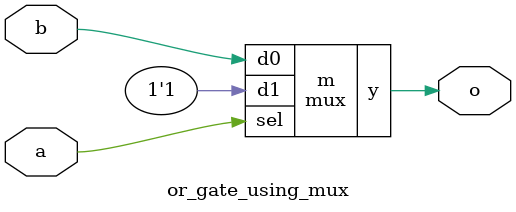
<source format=sv>

module mux
(
  input  d0, d1,
  input  sel,
  output y
);

  assign y = sel ? d1 : d0;

endmodule

//----------------------------------------------------------------------------
// Task
//----------------------------------------------------------------------------

module or_gate_using_mux
(
    input  a,
    input  b,
    output o
);

mux m (.d0(b),.d1(1'b1),.sel(a),.y(o));
  // Task:

  // Implement or gate using instance(s) of mux,
  // constants 0 and 1, and wire connections


endmodule

</source>
